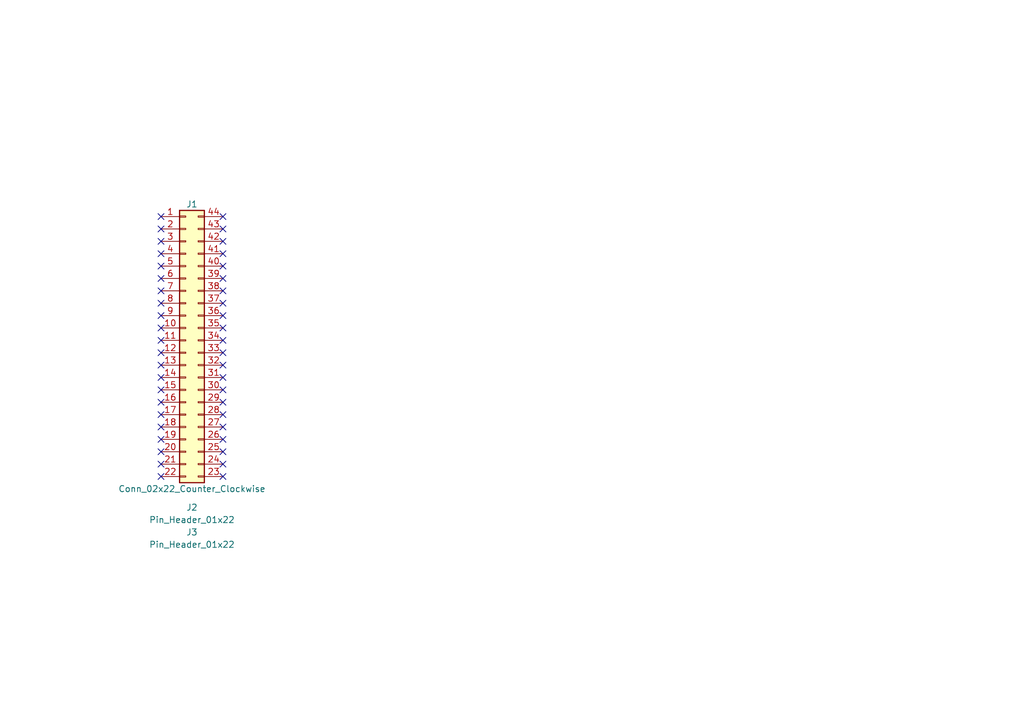
<source format=kicad_sch>
(kicad_sch (version 20250114) (generator "eeschema") (generator_version "9.0")
  (paper "A5")
  (title_block (title "Board 2x22 W15.24mm") (date "2025-09-29") (rev "V0"))
  (lib_symbols
    (symbol "Connector_Generic:Conn_02x22_Counter_Clockwise" (pin_names (offset 1.016) (hide yes))
      (property "Reference" "J" (at 1.27 27.94 0))
      (property "Value" "Conn_02x22_Counter_Clockwise" (at 1.27 -30.48 0))
      (symbol "Conn_02x22_Counter_Clockwise_1_1"
        (rectangle (start -1.27 26.67) (end 3.81 -29.21) (stroke (width 0.254)) (fill (type background)))
        (rectangle (start -1.27 25.527) (end 0 25.273) (stroke (width 0.1524)))
        (rectangle (start -1.27 22.987) (end 0 22.733) (stroke (width 0.1524)))
        (rectangle (start -1.27 20.447) (end 0 20.193) (stroke (width 0.1524)))
        (rectangle (start -1.27 17.907) (end 0 17.653) (stroke (width 0.1524)))
        (rectangle (start -1.27 15.367) (end 0 15.113) (stroke (width 0.1524)))
        (rectangle (start -1.27 12.827) (end 0 12.573) (stroke (width 0.1524)))
        (rectangle (start -1.27 10.287) (end 0 10.033) (stroke (width 0.1524)))
        (rectangle (start -1.27 7.747) (end 0 7.493) (stroke (width 0.1524)))
        (rectangle (start -1.27 5.207) (end 0 4.953) (stroke (width 0.1524)))
        (rectangle (start -1.27 2.667) (end 0 2.413) (stroke (width 0.1524)))
        (rectangle (start -1.27 0.127) (end 0 -0.127) (stroke (width 0.1524)))
        (rectangle (start -1.27 -2.413) (end 0 -2.667) (stroke (width 0.1524)))
        (rectangle (start -1.27 -4.953) (end 0 -5.207) (stroke (width 0.1524)))
        (rectangle (start -1.27 -7.493) (end 0 -7.747) (stroke (width 0.1524)))
        (rectangle (start -1.27 -10.033) (end 0 -10.287) (stroke (width 0.1524)))
        (rectangle (start -1.27 -12.573) (end 0 -12.827) (stroke (width 0.1524)))
        (rectangle (start -1.27 -15.113) (end 0 -15.367) (stroke (width 0.1524)))
        (rectangle (start -1.27 -17.653) (end 0 -17.907) (stroke (width 0.1524)))
        (rectangle (start -1.27 -20.193) (end 0 -20.447) (stroke (width 0.1524)))
        (rectangle (start -1.27 -22.733) (end 0 -22.987) (stroke (width 0.1524)))
        (rectangle (start -1.27 -25.273) (end 0 -25.527) (stroke (width 0.1524)))
        (rectangle (start -1.27 -27.813) (end 0 -28.067) (stroke (width 0.1524)))
        (rectangle (start 3.81 25.527) (end 2.54 25.273) (stroke (width 0.1524)))
        (rectangle (start 3.81 22.987) (end 2.54 22.733) (stroke (width 0.1524)))
        (rectangle (start 3.81 20.447) (end 2.54 20.193) (stroke (width 0.1524)))
        (rectangle (start 3.81 17.907) (end 2.54 17.653) (stroke (width 0.1524)))
        (rectangle (start 3.81 15.367) (end 2.54 15.113) (stroke (width 0.1524)))
        (rectangle (start 3.81 12.827) (end 2.54 12.573) (stroke (width 0.1524)))
        (rectangle (start 3.81 10.287) (end 2.54 10.033) (stroke (width 0.1524)))
        (rectangle (start 3.81 7.747) (end 2.54 7.493) (stroke (width 0.1524)))
        (rectangle (start 3.81 5.207) (end 2.54 4.953) (stroke (width 0.1524)))
        (rectangle (start 3.81 2.667) (end 2.54 2.413) (stroke (width 0.1524)))
        (rectangle (start 3.81 0.127) (end 2.54 -0.127) (stroke (width 0.1524)))
        (rectangle (start 3.81 -2.413) (end 2.54 -2.667) (stroke (width 0.1524)))
        (rectangle (start 3.81 -4.953) (end 2.54 -5.207) (stroke (width 0.1524)))
        (rectangle (start 3.81 -7.493) (end 2.54 -7.747) (stroke (width 0.1524)))
        (rectangle (start 3.81 -10.033) (end 2.54 -10.287) (stroke (width 0.1524)))
        (rectangle (start 3.81 -12.573) (end 2.54 -12.827) (stroke (width 0.1524)))
        (rectangle (start 3.81 -15.113) (end 2.54 -15.367) (stroke (width 0.1524)))
        (rectangle (start 3.81 -17.653) (end 2.54 -17.907) (stroke (width 0.1524)))
        (rectangle (start 3.81 -20.193) (end 2.54 -20.447) (stroke (width 0.1524)))
        (rectangle (start 3.81 -22.733) (end 2.54 -22.987) (stroke (width 0.1524)))
        (rectangle (start 3.81 -25.273) (end 2.54 -25.527) (stroke (width 0.1524)))
        (rectangle (start 3.81 -27.813) (end 2.54 -28.067) (stroke (width 0.1524)))
        (pin passive line (at -5.08 25.4 0) (length 3.81) (name "Pin_1") (number "1"))
        (pin passive line (at -5.08 22.86 0) (length 3.81) (name "Pin_2") (number "2"))
        (pin passive line (at -5.08 20.32 0) (length 3.81) (name "Pin_3") (number "3"))
        (pin passive line (at -5.08 17.78 0) (length 3.81) (name "Pin_4") (number "4"))
        (pin passive line (at -5.08 15.24 0) (length 3.81) (name "Pin_5") (number "5"))
        (pin passive line (at -5.08 12.7 0) (length 3.81) (name "Pin_6") (number "6"))
        (pin passive line (at -5.08 10.16 0) (length 3.81) (name "Pin_7") (number "7"))
        (pin passive line (at -5.08 7.62 0) (length 3.81) (name "Pin_8") (number "8"))
        (pin passive line (at -5.08 5.08 0) (length 3.81) (name "Pin_9") (number "9"))
        (pin passive line (at -5.08 2.54 0) (length 3.81) (name "Pin_10") (number "10"))
        (pin passive line (at -5.08 0 0) (length 3.81) (name "Pin_11") (number "11"))
        (pin passive line (at -5.08 -2.54 0) (length 3.81) (name "Pin_12") (number "12"))
        (pin passive line (at -5.08 -5.08 0) (length 3.81) (name "Pin_13") (number "13"))
        (pin passive line (at -5.08 -7.62 0) (length 3.81) (name "Pin_14") (number "14"))
        (pin passive line (at -5.08 -10.16 0) (length 3.81) (name "Pin_15") (number "15"))
        (pin passive line (at -5.08 -12.7 0) (length 3.81) (name "Pin_16") (number "16"))
        (pin passive line (at -5.08 -15.24 0) (length 3.81) (name "Pin_17") (number "17"))
        (pin passive line (at -5.08 -17.78 0) (length 3.81) (name "Pin_18") (number "18"))
        (pin passive line (at -5.08 -20.32 0) (length 3.81) (name "Pin_19") (number "19"))
        (pin passive line (at -5.08 -22.86 0) (length 3.81) (name "Pin_20") (number "20"))
        (pin passive line (at -5.08 -25.4 0) (length 3.81) (name "Pin_21") (number "21"))
        (pin passive line (at -5.08 -27.94 0) (length 3.81) (name "Pin_22") (number "22"))
        (pin passive line (at 7.62 25.4 180) (length 3.81) (name "Pin_44") (number "44"))
        (pin passive line (at 7.62 22.86 180) (length 3.81) (name "Pin_43") (number "43"))
        (pin passive line (at 7.62 20.32 180) (length 3.81) (name "Pin_42") (number "42"))
        (pin passive line (at 7.62 17.78 180) (length 3.81) (name "Pin_41") (number "41"))
        (pin passive line (at 7.62 15.24 180) (length 3.81) (name "Pin_40") (number "40"))
        (pin passive line (at 7.62 12.7 180) (length 3.81) (name "Pin_39") (number "39"))
        (pin passive line (at 7.62 10.16 180) (length 3.81) (name "Pin_38") (number "38"))
        (pin passive line (at 7.62 7.62 180) (length 3.81) (name "Pin_37") (number "37"))
        (pin passive line (at 7.62 5.08 180) (length 3.81) (name "Pin_36") (number "36"))
        (pin passive line (at 7.62 2.54 180) (length 3.81) (name "Pin_35") (number "35"))
        (pin passive line (at 7.62 0 180) (length 3.81) (name "Pin_34") (number "34"))
        (pin passive line (at 7.62 -2.54 180) (length 3.81) (name "Pin_33") (number "33"))
        (pin passive line (at 7.62 -5.08 180) (length 3.81) (name "Pin_32") (number "32"))
        (pin passive line (at 7.62 -7.62 180) (length 3.81) (name "Pin_31") (number "31"))
        (pin passive line (at 7.62 -10.16 180) (length 3.81) (name "Pin_30") (number "30"))
        (pin passive line (at 7.62 -12.7 180) (length 3.81) (name "Pin_29") (number "29"))
        (pin passive line (at 7.62 -15.24 180) (length 3.81) (name "Pin_28") (number "28"))
        (pin passive line (at 7.62 -17.78 180) (length 3.81) (name "Pin_27") (number "27"))
        (pin passive line (at 7.62 -20.32 180) (length 3.81) (name "Pin_26") (number "26"))
        (pin passive line (at 7.62 -22.86 180) (length 3.81) (name "Pin_25") (number "25"))
        (pin passive line (at 7.62 -25.4 180) (length 3.81) (name "Pin_24") (number "24"))
        (pin passive line (at 7.62 -27.94 180) (length 3.81) (name "Pin_23") (number "23"))
      )
    )
    (symbol "HCP65:Pin_Header_01x22" (pin_names (offset 1.016) (hide yes))
      (property "Reference" "J" (at 0 1.27 0))
      (property "Value" "Pin_Header_01x22" (at 0 -1.27 0))
    )
  )
  (no_connect (at 33.02 54.61))
  (no_connect (at 45.72 72.39))
  (no_connect (at 45.72 57.15))
  (no_connect (at 33.02 59.69))
  (no_connect (at 33.02 87.63))
  (no_connect (at 33.02 64.77))
  (no_connect (at 33.02 72.39))
  (no_connect (at 33.02 95.25))
  (no_connect (at 33.02 74.93))
  (no_connect (at 45.72 92.71))
  (no_connect (at 33.02 92.71))
  (no_connect (at 45.72 46.99))
  (no_connect (at 45.72 74.93))
  (no_connect (at 45.72 54.61))
  (no_connect (at 33.02 67.31))
  (no_connect (at 45.72 69.85))
  (no_connect (at 33.02 46.99))
  (no_connect (at 33.02 44.45))
  (no_connect (at 33.02 85.09))
  (no_connect (at 45.72 52.07))
  (no_connect (at 33.02 77.47))
  (no_connect (at 33.02 97.79))
  (no_connect (at 45.72 87.63))
  (no_connect (at 33.02 57.15))
  (no_connect (at 45.72 82.55))
  (no_connect (at 33.02 82.55))
  (no_connect (at 45.72 44.45))
  (no_connect (at 45.72 80.01))
  (no_connect (at 45.72 59.69))
  (no_connect (at 33.02 69.85))
  (no_connect (at 45.72 85.09))
  (no_connect (at 33.02 62.23))
  (no_connect (at 45.72 90.17))
  (no_connect (at 45.72 67.31))
  (no_connect (at 45.72 49.53))
  (no_connect (at 45.72 77.47))
  (no_connect (at 45.72 64.77))
  (no_connect (at 33.02 80.01))
  (no_connect (at 45.72 62.23))
  (no_connect (at 45.72 97.79))
  (no_connect (at 33.02 52.07))
  (no_connect (at 33.02 90.17))
  (no_connect (at 33.02 49.53))
  (no_connect (at 45.72 95.25))
  (symbol (lib_id "HCP65:Pin_Header_01x22") (at 39.37 105.41 0) (mirror y) (unit 1)
    (property "Reference" "J2" (at 39.37 104.14 0))
    (property "Value" "Pin_Header_01x22" (at 39.37 106.68 0))
    (property "Footprint" "SamacSys_Parts:PinHeader_1x22_P2.54mm_Vertical" (effects (hide yes)))
  )
  (symbol (lib_id "Connector_Generic:Conn_02x22_Counter_Clockwise") (at 38.1 69.85 0) (unit 1)
    (property "Reference" "J1" (at 39.37 41.91 0))
    (property "Value" "Conn_02x22_Counter_Clockwise" (at 39.37 100.33 0))
    (property "Description" "Generic connector, double row, 02x22, counter clockwise pin numbering scheme (similar to DIP package numbering), script generated (kicad-library-utils/schlib/autogen/connector/)" (effects (hide yes)))
  )
  (symbol (lib_id "HCP65:Pin_Header_01x22") (at 39.37 110.49 0) (unit 1)
    (property "Reference" "J3" (at 39.37 109.22 0))
    (property "Value" "Pin_Header_01x22" (at 39.37 111.76 0))
    (property "Footprint" "SamacSys_Parts:PinHeader_1x22_P2.54mm_Vertical" (effects (hide yes)))
  )
)
</source>
